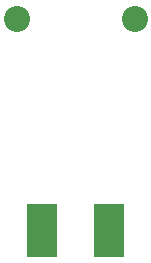
<source format=gbs>
G04*
G04 #@! TF.GenerationSoftware,Altium Limited,Altium Designer,21.7.2 (23)*
G04*
G04 Layer_Color=16711935*
%FSLAX25Y25*%
%MOIN*%
G70*
G04*
G04 #@! TF.SameCoordinates,FE62E581-B11F-4354-8991-A981333A1506*
G04*
G04*
G04 #@! TF.FilePolarity,Negative*
G04*
G01*
G75*
%ADD10C,0.02769*%
%ADD11C,0.08674*%
G36*
X60000Y25000D02*
Y7500D01*
X70000D01*
Y25000D01*
X60000D01*
D02*
G37*
G36*
X82500D02*
Y7500D01*
X92500D01*
Y25000D01*
X82500D01*
D02*
G37*
D10*
X90303Y21606D02*
D03*
Y18803D02*
D03*
Y16000D02*
D03*
Y13197D02*
D03*
Y10394D02*
D03*
X87500Y21606D02*
D03*
Y18803D02*
D03*
Y16000D02*
D03*
Y13197D02*
D03*
Y10394D02*
D03*
X84697Y21606D02*
D03*
Y18803D02*
D03*
Y16000D02*
D03*
Y13197D02*
D03*
Y10394D02*
D03*
X67803Y21606D02*
D03*
Y18803D02*
D03*
Y16000D02*
D03*
Y13197D02*
D03*
Y10394D02*
D03*
X65000Y21606D02*
D03*
Y18803D02*
D03*
Y16000D02*
D03*
Y13197D02*
D03*
Y10394D02*
D03*
X62197Y21606D02*
D03*
Y18803D02*
D03*
Y16000D02*
D03*
Y13197D02*
D03*
Y10394D02*
D03*
D11*
X56634Y86634D02*
D03*
X96004D02*
D03*
M02*

</source>
